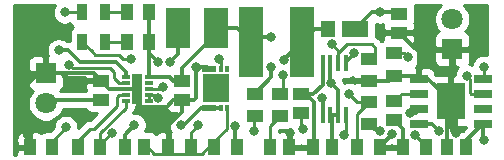
<source format=gbr>
%TF.GenerationSoftware,KiCad,Pcbnew,(5.1.12-1-g0a0a2da680)-1*%
%TF.CreationDate,2021-11-30T19:19:06+01:00*%
%TF.ProjectId,SolarCharger,536f6c61-7243-4686-9172-6765722e6b69,rev?*%
%TF.SameCoordinates,Original*%
%TF.FileFunction,Copper,L1,Top*%
%TF.FilePolarity,Positive*%
%FSLAX46Y46*%
G04 Gerber Fmt 4.6, Leading zero omitted, Abs format (unit mm)*
G04 Created by KiCad (PCBNEW (5.1.12-1-g0a0a2da680)-1) date 2021-11-30 19:19:06*
%MOMM*%
%LPD*%
G01*
G04 APERTURE LIST*
%TA.AperFunction,SMDPad,CuDef*%
%ADD10R,1.000000X1.450000*%
%TD*%
%TA.AperFunction,SMDPad,CuDef*%
%ADD11R,1.450000X1.000000*%
%TD*%
%TA.AperFunction,SMDPad,CuDef*%
%ADD12R,0.900000X1.400000*%
%TD*%
%TA.AperFunction,SMDPad,CuDef*%
%ADD13R,2.010000X6.000000*%
%TD*%
%TA.AperFunction,ComponentPad*%
%ADD14C,1.800000*%
%TD*%
%TA.AperFunction,ComponentPad*%
%ADD15R,1.800000X1.800000*%
%TD*%
%TA.AperFunction,SMDPad,CuDef*%
%ADD16R,2.400000X3.100000*%
%TD*%
%TA.AperFunction,SMDPad,CuDef*%
%ADD17R,1.525000X0.650000*%
%TD*%
%TA.AperFunction,SMDPad,CuDef*%
%ADD18R,0.450000X1.400000*%
%TD*%
%TA.AperFunction,SMDPad,CuDef*%
%ADD19R,2.210000X2.400000*%
%TD*%
%TA.AperFunction,SMDPad,CuDef*%
%ADD20R,1.200000X0.500000*%
%TD*%
%TA.AperFunction,SMDPad,CuDef*%
%ADD21R,0.400000X0.500000*%
%TD*%
%TA.AperFunction,SMDPad,CuDef*%
%ADD22R,0.940000X2.500000*%
%TD*%
%TA.AperFunction,SMDPad,CuDef*%
%ADD23R,0.700000X0.300000*%
%TD*%
%TA.AperFunction,SMDPad,CuDef*%
%ADD24R,2.000000X3.500000*%
%TD*%
%TA.AperFunction,SMDPad,CuDef*%
%ADD25R,1.250000X1.400000*%
%TD*%
%TA.AperFunction,SMDPad,CuDef*%
%ADD26R,2.300000X1.400000*%
%TD*%
%TA.AperFunction,SMDPad,CuDef*%
%ADD27R,1.470000X1.020000*%
%TD*%
%TA.AperFunction,SMDPad,CuDef*%
%ADD28R,1.020000X1.470000*%
%TD*%
%TA.AperFunction,ViaPad*%
%ADD29C,0.800000*%
%TD*%
%TA.AperFunction,Conductor*%
%ADD30C,0.300000*%
%TD*%
%TA.AperFunction,Conductor*%
%ADD31C,0.250000*%
%TD*%
%TA.AperFunction,Conductor*%
%ADD32C,0.254000*%
%TD*%
%TA.AperFunction,Conductor*%
%ADD33C,0.100000*%
%TD*%
G04 APERTURE END LIST*
D10*
%TO.P,R13,2*%
%TO.N,gnd*%
X112750000Y-53700000D03*
%TO.P,R13,1*%
%TO.N,Net-(IC4-Pad7)*%
X114650000Y-53700000D03*
%TD*%
D11*
%TO.P,R12,2*%
%TO.N,gnd*%
X112000000Y-47650000D03*
%TO.P,R12,1*%
%TO.N,Net-(IC4-Pad8)*%
X112000000Y-45750000D03*
%TD*%
D10*
%TO.P,R11,2*%
%TO.N,gnd*%
X110750000Y-53700000D03*
%TO.P,R11,1*%
%TO.N,Net-(IC4-Pad3)*%
X108850000Y-53700000D03*
%TD*%
D11*
%TO.P,R10,2*%
%TO.N,Net-(IC4-Pad3)*%
X109900000Y-49850000D03*
%TO.P,R10,1*%
%TO.N,5V_BF*%
X109900000Y-51750000D03*
%TD*%
%TO.P,R9,2*%
%TO.N,gnd*%
X109900000Y-48100000D03*
%TO.P,R9,1*%
%TO.N,Net-(IC3-Pad2)*%
X109900000Y-46200000D03*
%TD*%
%TO.P,R8,2*%
%TO.N,Net-(IC3-Pad2)*%
X100200000Y-51100000D03*
%TO.P,R8,1*%
%TO.N,5V_BF*%
X100200000Y-49200000D03*
%TD*%
%TO.P,R7,2*%
%TO.N,Net-(C4-Pad2)*%
X102300000Y-51100000D03*
%TO.P,R7,1*%
%TO.N,Net-(IC3-Pad1)*%
X102300000Y-49200000D03*
%TD*%
D10*
%TO.P,R6,2*%
%TO.N,gnd*%
X92850000Y-53700000D03*
%TO.P,R6,1*%
%TO.N,Net-(IC2-Pad5)*%
X94750000Y-53700000D03*
%TD*%
%TO.P,R5,2*%
%TO.N,Net-(LED2-Pad2)*%
X89350000Y-42300000D03*
%TO.P,R5,1*%
%TO.N,BAT+*%
X91250000Y-42300000D03*
%TD*%
%TO.P,R4,2*%
%TO.N,Net-(LED1-Pad2)*%
X89350000Y-44800000D03*
%TO.P,R4,1*%
%TO.N,BAT+*%
X91250000Y-44800000D03*
%TD*%
%TO.P,R3,2*%
%TO.N,Net-(C2-Pad2)*%
X96750000Y-53700000D03*
%TO.P,R3,1*%
%TO.N,BAT+*%
X98650000Y-53700000D03*
%TD*%
%TO.P,R2,2*%
%TO.N,Net-(IC1-Pad5)*%
X87110000Y-53700000D03*
%TO.P,R2,1*%
%TO.N,Net-(IC1-Pad4)*%
X85210000Y-53700000D03*
%TD*%
%TO.P,R1,2*%
%TO.N,Net-(IC1-Pad2)*%
X83050000Y-53700000D03*
%TO.P,R1,1*%
%TO.N,gnd*%
X81150000Y-53700000D03*
%TD*%
D12*
%TO.P,LED2,2*%
%TO.N,Net-(LED2-Pad2)*%
X87500000Y-42300000D03*
%TO.P,LED2,1*%
%TO.N,Net-(IC1-Pad6)*%
X85600000Y-42300000D03*
%TD*%
%TO.P,LED1,2*%
%TO.N,Net-(LED1-Pad2)*%
X87500000Y-44800000D03*
%TO.P,LED1,1*%
%TO.N,Net-(IC1-Pad8)*%
X85600000Y-44800000D03*
%TD*%
D13*
%TO.P,L1,2*%
%TO.N,BAT+*%
X99850000Y-44800000D03*
%TO.P,L1,1*%
%TO.N,Net-(D1-Pad2)*%
X104150000Y-44800000D03*
%TD*%
D14*
%TO.P,J2,2*%
%TO.N,5V*%
X116900000Y-42860000D03*
D15*
%TO.P,J2,1*%
%TO.N,gnd*%
X116900000Y-45400000D03*
%TD*%
D14*
%TO.P,J1,2*%
%TO.N,Vin+*%
X82500000Y-50000000D03*
D15*
%TO.P,J1,1*%
%TO.N,gnd*%
X82500000Y-47460000D03*
%TD*%
D16*
%TO.P,IC4,9*%
%TO.N,gnd*%
X116800000Y-49800000D03*
D17*
%TO.P,IC4,8*%
%TO.N,Net-(IC4-Pad8)*%
X119512000Y-47895000D03*
%TO.P,IC4,7*%
%TO.N,Net-(IC4-Pad7)*%
X119512000Y-49165000D03*
%TO.P,IC4,6*%
%TO.N,Net-(IC4-Pad6)*%
X119512000Y-50435000D03*
%TO.P,IC4,5*%
%TO.N,5V*%
X119512000Y-51705000D03*
%TO.P,IC4,4*%
%TO.N,5V_BF*%
X114088000Y-51705000D03*
%TO.P,IC4,3*%
%TO.N,Net-(IC4-Pad3)*%
X114088000Y-50435000D03*
%TO.P,IC4,2*%
%TO.N,Net-(C6-Pad2)*%
X114088000Y-49165000D03*
%TO.P,IC4,1*%
%TO.N,gnd*%
X114088000Y-47895000D03*
%TD*%
D18*
%TO.P,IC3,8*%
%TO.N,Net-(C7-Pad2)*%
X107875000Y-51000000D03*
%TO.P,IC3,7*%
%TO.N,BAT+*%
X107225000Y-51000000D03*
%TO.P,IC3,6*%
X106575000Y-51000000D03*
%TO.P,IC3,5*%
%TO.N,Net-(D1-Pad2)*%
X105925000Y-51000000D03*
%TO.P,IC3,4*%
%TO.N,gnd*%
X105925000Y-46600000D03*
%TO.P,IC3,3*%
%TO.N,BAT+*%
X106575000Y-46600000D03*
%TO.P,IC3,2*%
%TO.N,Net-(IC3-Pad2)*%
X107225000Y-46600000D03*
%TO.P,IC3,1*%
%TO.N,Net-(IC3-Pad1)*%
X107875000Y-46600000D03*
%TD*%
D19*
%TO.P,IC2,7*%
%TO.N,Net-(IC2-Pad7)*%
X96900000Y-48730000D03*
D20*
%TO.P,IC2,6*%
%TO.N,gnd*%
X96350000Y-47080000D03*
D21*
%TO.P,IC2,5*%
%TO.N,Net-(IC2-Pad5)*%
X97300000Y-47080000D03*
%TO.P,IC2,4*%
%TO.N,Net-(IC2-Pad4)*%
X97850000Y-47080000D03*
%TO.P,IC2,3*%
%TO.N,Net-(C2-Pad2)*%
X97850000Y-50380000D03*
%TO.P,IC2,2*%
%TO.N,BAT-*%
X97300000Y-50380000D03*
D20*
%TO.P,IC2,1*%
X96350000Y-50380000D03*
%TD*%
D22*
%TO.P,IC1,11*%
%TO.N,gnd*%
X90250000Y-48767500D03*
D23*
%TO.P,IC1,10*%
%TO.N,BAT+*%
X91250000Y-47767500D03*
%TO.P,IC1,9*%
%TO.N,Net-(IC1-Pad9)*%
X91250000Y-48267500D03*
%TO.P,IC1,8*%
%TO.N,Net-(IC1-Pad8)*%
X91250000Y-48767500D03*
%TO.P,IC1,7*%
%TO.N,Net-(IC1-Pad6)*%
X91250000Y-49267500D03*
%TO.P,IC1,6*%
X91250000Y-49767500D03*
%TO.P,IC1,5*%
%TO.N,Net-(IC1-Pad5)*%
X89250000Y-49767500D03*
%TO.P,IC1,4*%
%TO.N,Net-(IC1-Pad4)*%
X89250000Y-49267500D03*
%TO.P,IC1,3*%
%TO.N,gnd*%
X89250000Y-48767500D03*
%TO.P,IC1,2*%
%TO.N,Net-(IC1-Pad2)*%
X89250000Y-48267500D03*
%TO.P,IC1,1*%
%TO.N,Vin+*%
X89250000Y-47767500D03*
%TD*%
D24*
%TO.P,H2,1*%
%TO.N,BAT-*%
X93700000Y-43600000D03*
%TD*%
%TO.P,H1,1*%
%TO.N,BAT+*%
X96900000Y-43600000D03*
%TD*%
D25*
%TO.P,D1,2*%
%TO.N,Net-(D1-Pad2)*%
X106375000Y-43700000D03*
D26*
%TO.P,D1,1*%
%TO.N,5V_BF*%
X108700000Y-43700000D03*
%TD*%
D27*
%TO.P,C9,2*%
%TO.N,5V_BF*%
X112400000Y-42400000D03*
%TO.P,C9,1*%
%TO.N,gnd*%
X112400000Y-44000000D03*
%TD*%
D28*
%TO.P,C8,2*%
%TO.N,5V*%
X118100000Y-53700000D03*
%TO.P,C8,1*%
%TO.N,gnd*%
X116500000Y-53700000D03*
%TD*%
D27*
%TO.P,C7,2*%
%TO.N,Net-(C7-Pad2)*%
X104100000Y-50800000D03*
%TO.P,C7,1*%
%TO.N,gnd*%
X104100000Y-49200000D03*
%TD*%
%TO.P,C6,2*%
%TO.N,Net-(C6-Pad2)*%
X112000000Y-49800000D03*
%TO.P,C6,1*%
%TO.N,gnd*%
X112000000Y-51400000D03*
%TD*%
D28*
%TO.P,C5,2*%
%TO.N,BAT+*%
X106700000Y-53700000D03*
%TO.P,C5,1*%
%TO.N,gnd*%
X105100000Y-53700000D03*
%TD*%
%TO.P,C4,2*%
%TO.N,Net-(C4-Pad2)*%
X101500000Y-53700000D03*
%TO.P,C4,1*%
%TO.N,gnd*%
X103100000Y-53700000D03*
%TD*%
D27*
%TO.P,C3,2*%
%TO.N,gnd*%
X94000000Y-49700000D03*
%TO.P,C3,1*%
%TO.N,BAT+*%
X94000000Y-48100000D03*
%TD*%
D28*
%TO.P,C2,2*%
%TO.N,Net-(C2-Pad2)*%
X90780000Y-53700000D03*
%TO.P,C2,1*%
%TO.N,BAT-*%
X89180000Y-53700000D03*
%TD*%
D27*
%TO.P,C1,2*%
%TO.N,Vin+*%
X87200000Y-49700000D03*
%TO.P,C1,1*%
%TO.N,gnd*%
X87200000Y-48100000D03*
%TD*%
D29*
%TO.N,Vin+*%
X83600000Y-45500000D03*
%TO.N,gnd*%
X95200000Y-46900000D03*
X103200000Y-52500000D03*
X111800000Y-52600000D03*
X117200000Y-52500000D03*
%TO.N,BAT-*%
X93930331Y-51830331D03*
X90000000Y-51825000D03*
X93000000Y-46500000D03*
%TO.N,BAT+*%
X92000000Y-46500000D03*
X98550001Y-51895735D03*
X106675000Y-48289369D03*
X101600000Y-44400000D03*
%TO.N,Net-(C7-Pad2)*%
X104300000Y-52200000D03*
X107737764Y-52679577D03*
%TO.N,5V*%
X119600000Y-53100000D03*
%TO.N,5V_BF*%
X115750000Y-52300000D03*
X110800000Y-52374998D03*
X110800000Y-42300000D03*
X101600000Y-46900000D03*
%TO.N,Net-(D1-Pad2)*%
X105900000Y-49500000D03*
X102700000Y-46300000D03*
%TO.N,Net-(IC1-Pad8)*%
X92400000Y-48600000D03*
X89736401Y-46263599D03*
%TO.N,Net-(IC1-Pad6)*%
X91964998Y-49517501D03*
X84100000Y-42300000D03*
%TO.N,Net-(IC1-Pad5)*%
X88069998Y-52500000D03*
%TO.N,Net-(IC1-Pad2)*%
X84500000Y-46710000D03*
X84200000Y-52000000D03*
%TO.N,Net-(IC2-Pad5)*%
X95400000Y-51830332D03*
X97147624Y-46263478D03*
%TO.N,Net-(IC3-Pad2)*%
X106700000Y-45000000D03*
X100100000Y-52300000D03*
%TO.N,Net-(IC3-Pad1)*%
X108574998Y-45725000D03*
X102544998Y-47600000D03*
%TO.N,Net-(IC4-Pad8)*%
X113200000Y-46100000D03*
X119600000Y-46900000D03*
%TO.N,Net-(IC4-Pad7)*%
X113786658Y-52706671D03*
X118149498Y-47668922D03*
%TO.N,Net-(IC4-Pad3)*%
X108200000Y-49200000D03*
X113327531Y-50779998D03*
%TD*%
D30*
%TO.N,Vin+*%
X82800000Y-49700000D02*
X82500000Y-50000000D01*
X87200000Y-49700000D02*
X82800000Y-49700000D01*
X84400002Y-45500000D02*
X83600000Y-45500000D01*
X85409984Y-46509982D02*
X84400002Y-45500000D01*
X89250000Y-47317500D02*
X88442482Y-46509982D01*
X88442482Y-46509982D02*
X85409984Y-46509982D01*
X89250000Y-47767500D02*
X89250000Y-47317500D01*
%TO.N,gnd*%
X86560000Y-47460000D02*
X87200000Y-48100000D01*
X82500000Y-47460000D02*
X86560000Y-47460000D01*
X90250000Y-48767500D02*
X89250000Y-48767500D01*
X87867500Y-48767500D02*
X87200000Y-48100000D01*
X89250000Y-48767500D02*
X87867500Y-48767500D01*
X80700000Y-48600000D02*
X80700000Y-52750000D01*
X81840000Y-47460000D02*
X80700000Y-48600000D01*
X80700000Y-52750000D02*
X81150000Y-53200000D01*
X82500000Y-47460000D02*
X81840000Y-47460000D01*
X96170000Y-46900000D02*
X96350000Y-47080000D01*
X95200000Y-46900000D02*
X96170000Y-46900000D01*
X93300000Y-49700000D02*
X94335000Y-49700000D01*
X90250000Y-49897502D02*
X90250000Y-48767500D01*
X90619999Y-50267501D02*
X90250000Y-49897502D01*
X93300000Y-49700000D02*
X92732499Y-50267501D01*
X95200000Y-49535000D02*
X95200000Y-46900000D01*
X95035000Y-49700000D02*
X95200000Y-49535000D01*
X94000000Y-49700000D02*
X95035000Y-49700000D01*
X92850000Y-53200000D02*
X92850000Y-51850000D01*
X94000000Y-50700000D02*
X94000000Y-49700000D01*
X105135000Y-49200000D02*
X104100000Y-49200000D01*
X105925000Y-48410000D02*
X105135000Y-49200000D01*
X105925000Y-46600000D02*
X105925000Y-48410000D01*
X105100000Y-53700000D02*
X103100000Y-53700000D01*
X103100000Y-52600000D02*
X103200000Y-52500000D01*
X103100000Y-53700000D02*
X103100000Y-52600000D01*
X104489998Y-49200000D02*
X104100000Y-49200000D01*
X105185001Y-49895003D02*
X104489998Y-49200000D01*
X105185001Y-53614999D02*
X105185001Y-49895003D01*
X105100000Y-53700000D02*
X105185001Y-53614999D01*
X112750000Y-52150000D02*
X112000000Y-51400000D01*
X112750000Y-53700000D02*
X112750000Y-52150000D01*
X112750000Y-53700000D02*
X110750000Y-53700000D01*
X111550000Y-48100000D02*
X112000000Y-47650000D01*
X109900000Y-48100000D02*
X111550000Y-48100000D01*
X113843000Y-47650000D02*
X114088000Y-47895000D01*
X112000000Y-47650000D02*
X113843000Y-47650000D01*
X114088000Y-45688000D02*
X112400000Y-44000000D01*
X114088000Y-47895000D02*
X114088000Y-45688000D01*
X114376000Y-45400000D02*
X114088000Y-45688000D01*
X116900000Y-45400000D02*
X114376000Y-45400000D01*
X116800000Y-45500000D02*
X116900000Y-45400000D01*
X116800000Y-49800000D02*
X116800000Y-45500000D01*
X114895000Y-47895000D02*
X114088000Y-47895000D01*
X116800000Y-49800000D02*
X114895000Y-47895000D01*
X116500000Y-50100000D02*
X116800000Y-49800000D01*
X116500000Y-53700000D02*
X116500000Y-50100000D01*
X110750000Y-53650000D02*
X111800000Y-52600000D01*
X110750000Y-53700000D02*
X110750000Y-53650000D01*
X117200000Y-50200000D02*
X116800000Y-49800000D01*
X117200000Y-52500000D02*
X117200000Y-50200000D01*
X93500000Y-51200000D02*
X93300000Y-51200000D01*
X92850000Y-51850000D02*
X93500000Y-51200000D01*
X93500000Y-51200000D02*
X94000000Y-50700000D01*
X93300000Y-51200000D02*
X93200000Y-51100000D01*
X93200000Y-51100000D02*
X92100000Y-51100000D01*
X92100000Y-51100000D02*
X91400000Y-50400000D01*
X91400000Y-50400000D02*
X90500000Y-50400000D01*
X91835002Y-50400000D02*
X91967501Y-50267501D01*
X91400000Y-50400000D02*
X91835002Y-50400000D01*
X91967501Y-50267501D02*
X90619999Y-50267501D01*
X92732499Y-50267501D02*
X91967501Y-50267501D01*
X91967501Y-50267501D02*
X92200000Y-50500000D01*
D31*
%TO.N,Net-(C2-Pad2)*%
X90780000Y-53200000D02*
X90780000Y-53380000D01*
X95699999Y-54250001D02*
X96750000Y-53200000D01*
X91650001Y-54250001D02*
X95699999Y-54250001D01*
X90780000Y-53380000D02*
X91650001Y-54250001D01*
X97825001Y-52124999D02*
X96750000Y-53200000D01*
X97825001Y-50674999D02*
X97825001Y-52124999D01*
X97850000Y-50650000D02*
X97825001Y-50674999D01*
X97850000Y-50380000D02*
X97850000Y-50650000D01*
D30*
%TO.N,BAT-*%
X96350000Y-50380000D02*
X95620000Y-50380000D01*
X94169669Y-51830331D02*
X93930331Y-51830331D01*
X95620000Y-50380000D02*
X94169669Y-51830331D01*
X89180000Y-52645000D02*
X89180000Y-53200000D01*
X90000000Y-51825000D02*
X89180000Y-52645000D01*
X93700000Y-43600000D02*
X93700000Y-45800000D01*
X93700000Y-45800000D02*
X93000000Y-46500000D01*
X97300000Y-50380000D02*
X96350000Y-50380000D01*
%TO.N,BAT+*%
X91250000Y-42300000D02*
X91250000Y-44800000D01*
X91250000Y-44800000D02*
X91250000Y-47767500D01*
X92967500Y-47767500D02*
X93300000Y-48100000D01*
X91250000Y-47767500D02*
X92967500Y-47767500D01*
X93300000Y-48100000D02*
X93600000Y-48100000D01*
X98650000Y-43600000D02*
X99850000Y-44800000D01*
X96900000Y-43600000D02*
X98650000Y-43600000D01*
X96900000Y-44089998D02*
X96900000Y-43600000D01*
X94000000Y-46989998D02*
X96900000Y-44089998D01*
X94000000Y-48100000D02*
X94000000Y-46989998D01*
X91250000Y-45750000D02*
X92000000Y-46500000D01*
X91250000Y-44800000D02*
X91250000Y-45750000D01*
X98550001Y-53100001D02*
X98650000Y-53200000D01*
X98550001Y-51895735D02*
X98550001Y-53100001D01*
X106575000Y-48189369D02*
X106675000Y-48289369D01*
X106575000Y-46600000D02*
X106575000Y-48189369D01*
X100250000Y-44400000D02*
X99850000Y-44800000D01*
X101600000Y-44400000D02*
X100250000Y-44400000D01*
X107225000Y-51000000D02*
X106575000Y-51000000D01*
X107225000Y-48839369D02*
X106675000Y-48289369D01*
X107225000Y-51000000D02*
X107225000Y-48839369D01*
X106700000Y-51125000D02*
X106575000Y-51000000D01*
X106700000Y-53700000D02*
X106700000Y-51125000D01*
D31*
%TO.N,Net-(C4-Pad2)*%
X101500000Y-51900000D02*
X101500000Y-53700000D01*
X102300000Y-51100000D02*
X101500000Y-51900000D01*
%TO.N,Net-(C6-Pad2)*%
X112635000Y-49165000D02*
X112000000Y-49800000D01*
X114088000Y-49165000D02*
X112635000Y-49165000D01*
%TO.N,Net-(C7-Pad2)*%
X104100000Y-52000000D02*
X104300000Y-52200000D01*
X104100000Y-50800000D02*
X104100000Y-52000000D01*
X107875000Y-52542341D02*
X107875000Y-51000000D01*
X107737764Y-52679577D02*
X107875000Y-52542341D01*
D30*
%TO.N,5V*%
X118100000Y-53117000D02*
X119512000Y-51705000D01*
X118100000Y-53700000D02*
X118100000Y-53117000D01*
X119512000Y-53012000D02*
X119600000Y-53100000D01*
X119512000Y-51705000D02*
X119512000Y-53012000D01*
%TO.N,5V_BF*%
X115155000Y-51705000D02*
X115750000Y-52300000D01*
X114088000Y-51705000D02*
X115155000Y-51705000D01*
X110524998Y-52374998D02*
X109900000Y-51750000D01*
X110800000Y-52374998D02*
X110524998Y-52374998D01*
X112300000Y-42300000D02*
X112400000Y-42400000D01*
X110800000Y-42300000D02*
X112300000Y-42300000D01*
X110100000Y-42300000D02*
X108700000Y-43700000D01*
X110800000Y-42300000D02*
X110100000Y-42300000D01*
X101600000Y-47800000D02*
X101600000Y-46900000D01*
X100200000Y-49200000D02*
X101600000Y-47800000D01*
%TO.N,Net-(D1-Pad2)*%
X105250000Y-43700000D02*
X104150000Y-44800000D01*
X106375000Y-43700000D02*
X105250000Y-43700000D01*
X105925000Y-49525000D02*
X105900000Y-49500000D01*
X105925000Y-51000000D02*
X105925000Y-49525000D01*
X102700000Y-46250000D02*
X104150000Y-44800000D01*
X102700000Y-46300000D02*
X102700000Y-46250000D01*
D31*
%TO.N,Net-(IC1-Pad8)*%
X92232500Y-48767500D02*
X92400000Y-48600000D01*
X91250000Y-48767500D02*
X92232500Y-48767500D01*
X89736401Y-46263599D02*
X89063599Y-46263599D01*
X89063599Y-46263599D02*
X88700000Y-45900000D01*
X86400000Y-45600000D02*
X85600000Y-44800000D01*
X86700000Y-45900000D02*
X86400000Y-45600000D01*
X88700000Y-45900000D02*
X86700000Y-45900000D01*
%TO.N,Net-(IC1-Pad6)*%
X91250000Y-49767500D02*
X91250000Y-49267500D01*
X91714997Y-49267500D02*
X91964998Y-49517501D01*
X91250000Y-49267500D02*
X91714997Y-49267500D01*
X84100000Y-42300000D02*
X85600000Y-42300000D01*
%TO.N,Net-(IC1-Pad5)*%
X87110000Y-53200000D02*
X87110000Y-52490000D01*
X89250000Y-50350000D02*
X89250000Y-49767500D01*
X87110000Y-52490000D02*
X89250000Y-50350000D01*
X87369998Y-53200000D02*
X88069998Y-52500000D01*
X87110000Y-53200000D02*
X87369998Y-53200000D01*
%TO.N,Net-(IC1-Pad4)*%
X88650000Y-49267500D02*
X88500000Y-49417500D01*
X89250000Y-49267500D02*
X88650000Y-49267500D01*
X86260001Y-52149999D02*
X85210000Y-53200000D01*
X86580003Y-52149999D02*
X86260001Y-52149999D01*
X88500000Y-50230002D02*
X86580003Y-52149999D01*
X88500000Y-49417500D02*
X88500000Y-50230002D01*
%TO.N,Net-(IC1-Pad2)*%
X87914994Y-46984992D02*
X84774992Y-46984992D01*
X88260001Y-47329999D02*
X87914994Y-46984992D01*
X88260001Y-47877501D02*
X88260001Y-47329999D01*
X88650000Y-48267500D02*
X88260001Y-47877501D01*
X84774992Y-46984992D02*
X84500000Y-46710000D01*
X89250000Y-48267500D02*
X88650000Y-48267500D01*
X84200000Y-52050000D02*
X83050000Y-53200000D01*
X84200000Y-52000000D02*
X84200000Y-52050000D01*
%TO.N,Net-(IC2-Pad5)*%
X94750000Y-52480332D02*
X95400000Y-51830332D01*
X94750000Y-53200000D02*
X94750000Y-52480332D01*
X97300000Y-46415854D02*
X97300000Y-47080000D01*
X97147624Y-46263478D02*
X97300000Y-46415854D01*
%TO.N,Net-(IC3-Pad2)*%
X107225000Y-46275000D02*
X107200000Y-46250000D01*
X107225000Y-46600000D02*
X107225000Y-46275000D01*
X107200000Y-45764998D02*
X107964998Y-45000000D01*
X107200000Y-46250000D02*
X107200000Y-45764998D01*
X107964998Y-45000000D02*
X110100000Y-45000000D01*
X110100000Y-45000000D02*
X110400000Y-45300000D01*
X110400000Y-45300000D02*
X110400000Y-45700000D01*
X107225000Y-45525000D02*
X106700000Y-45000000D01*
X107225000Y-46600000D02*
X107225000Y-45525000D01*
X100100000Y-51200000D02*
X100200000Y-51100000D01*
X100100000Y-52300000D02*
X100100000Y-51200000D01*
%TO.N,Net-(IC3-Pad1)*%
X107875000Y-46424998D02*
X108574998Y-45725000D01*
X107875000Y-46600000D02*
X107875000Y-46424998D01*
X102544998Y-48955002D02*
X102300000Y-49200000D01*
X102544998Y-47600000D02*
X102544998Y-48955002D01*
%TO.N,Net-(IC4-Pad8)*%
X112850000Y-45750000D02*
X113200000Y-46100000D01*
X112000000Y-45750000D02*
X112850000Y-45750000D01*
X119600000Y-47807000D02*
X119512000Y-47895000D01*
X119600000Y-46900000D02*
X119600000Y-47807000D01*
%TO.N,Net-(IC4-Pad7)*%
X114650000Y-53570013D02*
X113786658Y-52706671D01*
X114650000Y-53700000D02*
X114650000Y-53570013D01*
X118499500Y-49165000D02*
X119512000Y-49165000D01*
X118424499Y-49089999D02*
X118499500Y-49165000D01*
X118424499Y-47943923D02*
X118424499Y-49089999D01*
X118149498Y-47668922D02*
X118424499Y-47943923D01*
%TO.N,Net-(IC4-Pad3)*%
X108850000Y-50900000D02*
X109900000Y-49850000D01*
X108850000Y-53700000D02*
X108850000Y-50900000D01*
X108850000Y-49850000D02*
X108200000Y-49200000D01*
X109900000Y-49850000D02*
X108850000Y-49850000D01*
X113743002Y-50779998D02*
X114088000Y-50435000D01*
X113327531Y-50779998D02*
X113743002Y-50779998D01*
%TO.N,Net-(LED1-Pad2)*%
X89350000Y-44800000D02*
X87500000Y-44800000D01*
%TO.N,Net-(LED2-Pad2)*%
X89350000Y-42300000D02*
X87500000Y-42300000D01*
%TD*%
D32*
%TO.N,gnd*%
X83182795Y-41809744D02*
X83104774Y-41998102D01*
X83065000Y-42198061D01*
X83065000Y-42401939D01*
X83104774Y-42601898D01*
X83182795Y-42790256D01*
X83296063Y-42959774D01*
X83440226Y-43103937D01*
X83609744Y-43217205D01*
X83798102Y-43295226D01*
X83998061Y-43335000D01*
X84201939Y-43335000D01*
X84401898Y-43295226D01*
X84556550Y-43231166D01*
X84560498Y-43244180D01*
X84619463Y-43354494D01*
X84698815Y-43451185D01*
X84795506Y-43530537D01*
X84831918Y-43550000D01*
X84795506Y-43569463D01*
X84698815Y-43648815D01*
X84619463Y-43745506D01*
X84560498Y-43855820D01*
X84524188Y-43975518D01*
X84511928Y-44100000D01*
X84511928Y-44722226D01*
X84438563Y-44715000D01*
X84438555Y-44715000D01*
X84400002Y-44711203D01*
X84361449Y-44715000D01*
X84278711Y-44715000D01*
X84259774Y-44696063D01*
X84090256Y-44582795D01*
X83901898Y-44504774D01*
X83701939Y-44465000D01*
X83498061Y-44465000D01*
X83298102Y-44504774D01*
X83109744Y-44582795D01*
X82940226Y-44696063D01*
X82796063Y-44840226D01*
X82682795Y-45009744D01*
X82604774Y-45198102D01*
X82565000Y-45398061D01*
X82565000Y-45601939D01*
X82604774Y-45801898D01*
X82682795Y-45990256D01*
X82697895Y-46012855D01*
X82627000Y-46083750D01*
X82627000Y-47333000D01*
X82647000Y-47333000D01*
X82647000Y-47587000D01*
X82627000Y-47587000D01*
X82627000Y-47607000D01*
X82373000Y-47607000D01*
X82373000Y-47587000D01*
X81123750Y-47587000D01*
X80965000Y-47745750D01*
X80961928Y-48360000D01*
X80974188Y-48484482D01*
X81010498Y-48604180D01*
X81069463Y-48714494D01*
X81148815Y-48811185D01*
X81245506Y-48890537D01*
X81355820Y-48949502D01*
X81374127Y-48955056D01*
X81307688Y-49021495D01*
X81139701Y-49272905D01*
X81023989Y-49552257D01*
X80965000Y-49848816D01*
X80965000Y-50151184D01*
X81023989Y-50447743D01*
X81139701Y-50727095D01*
X81307688Y-50978505D01*
X81521495Y-51192312D01*
X81772905Y-51360299D01*
X82052257Y-51476011D01*
X82348816Y-51535000D01*
X82651184Y-51535000D01*
X82947743Y-51476011D01*
X83227095Y-51360299D01*
X83478505Y-51192312D01*
X83692312Y-50978505D01*
X83860299Y-50727095D01*
X83960579Y-50485000D01*
X85891972Y-50485000D01*
X85934463Y-50564494D01*
X86013815Y-50661185D01*
X86110506Y-50740537D01*
X86220820Y-50799502D01*
X86340518Y-50835812D01*
X86465000Y-50848072D01*
X86807129Y-50848072D01*
X86268082Y-51387119D01*
X86260001Y-51386323D01*
X86222676Y-51389999D01*
X86222668Y-51389999D01*
X86111015Y-51400996D01*
X85967754Y-51444453D01*
X85835725Y-51515025D01*
X85720000Y-51609998D01*
X85696202Y-51638996D01*
X85235000Y-52100198D01*
X85235000Y-51898061D01*
X85195226Y-51698102D01*
X85117205Y-51509744D01*
X85003937Y-51340226D01*
X84859774Y-51196063D01*
X84690256Y-51082795D01*
X84501898Y-51004774D01*
X84301939Y-50965000D01*
X84098061Y-50965000D01*
X83898102Y-51004774D01*
X83709744Y-51082795D01*
X83540226Y-51196063D01*
X83396063Y-51340226D01*
X83282795Y-51509744D01*
X83204774Y-51698102D01*
X83165000Y-51898061D01*
X83165000Y-52010198D01*
X82838271Y-52336928D01*
X82550000Y-52336928D01*
X82425518Y-52349188D01*
X82305820Y-52385498D01*
X82195506Y-52444463D01*
X82100000Y-52522842D01*
X82004494Y-52444463D01*
X81894180Y-52385498D01*
X81774482Y-52349188D01*
X81650000Y-52336928D01*
X81435750Y-52340000D01*
X81277000Y-52498750D01*
X81277000Y-53573000D01*
X81297000Y-53573000D01*
X81297000Y-53827000D01*
X81277000Y-53827000D01*
X81277000Y-53847000D01*
X81023000Y-53847000D01*
X81023000Y-53827000D01*
X80173750Y-53827000D01*
X80015000Y-53985750D01*
X80012522Y-54340000D01*
X79760000Y-54340000D01*
X79760000Y-52975000D01*
X80011928Y-52975000D01*
X80015000Y-53414250D01*
X80173750Y-53573000D01*
X81023000Y-53573000D01*
X81023000Y-52498750D01*
X80864250Y-52340000D01*
X80650000Y-52336928D01*
X80525518Y-52349188D01*
X80405820Y-52385498D01*
X80295506Y-52444463D01*
X80198815Y-52523815D01*
X80119463Y-52620506D01*
X80060498Y-52730820D01*
X80024188Y-52850518D01*
X80011928Y-52975000D01*
X79760000Y-52975000D01*
X79760000Y-46560000D01*
X80961928Y-46560000D01*
X80965000Y-47174250D01*
X81123750Y-47333000D01*
X82373000Y-47333000D01*
X82373000Y-46083750D01*
X82214250Y-45925000D01*
X81600000Y-45921928D01*
X81475518Y-45934188D01*
X81355820Y-45970498D01*
X81245506Y-46029463D01*
X81148815Y-46108815D01*
X81069463Y-46205506D01*
X81010498Y-46315820D01*
X80974188Y-46435518D01*
X80961928Y-46560000D01*
X79760000Y-46560000D01*
X79760000Y-41660000D01*
X83282850Y-41660000D01*
X83182795Y-41809744D01*
%TA.AperFunction,Conductor*%
D33*
G36*
X83182795Y-41809744D02*
G01*
X83104774Y-41998102D01*
X83065000Y-42198061D01*
X83065000Y-42401939D01*
X83104774Y-42601898D01*
X83182795Y-42790256D01*
X83296063Y-42959774D01*
X83440226Y-43103937D01*
X83609744Y-43217205D01*
X83798102Y-43295226D01*
X83998061Y-43335000D01*
X84201939Y-43335000D01*
X84401898Y-43295226D01*
X84556550Y-43231166D01*
X84560498Y-43244180D01*
X84619463Y-43354494D01*
X84698815Y-43451185D01*
X84795506Y-43530537D01*
X84831918Y-43550000D01*
X84795506Y-43569463D01*
X84698815Y-43648815D01*
X84619463Y-43745506D01*
X84560498Y-43855820D01*
X84524188Y-43975518D01*
X84511928Y-44100000D01*
X84511928Y-44722226D01*
X84438563Y-44715000D01*
X84438555Y-44715000D01*
X84400002Y-44711203D01*
X84361449Y-44715000D01*
X84278711Y-44715000D01*
X84259774Y-44696063D01*
X84090256Y-44582795D01*
X83901898Y-44504774D01*
X83701939Y-44465000D01*
X83498061Y-44465000D01*
X83298102Y-44504774D01*
X83109744Y-44582795D01*
X82940226Y-44696063D01*
X82796063Y-44840226D01*
X82682795Y-45009744D01*
X82604774Y-45198102D01*
X82565000Y-45398061D01*
X82565000Y-45601939D01*
X82604774Y-45801898D01*
X82682795Y-45990256D01*
X82697895Y-46012855D01*
X82627000Y-46083750D01*
X82627000Y-47333000D01*
X82647000Y-47333000D01*
X82647000Y-47587000D01*
X82627000Y-47587000D01*
X82627000Y-47607000D01*
X82373000Y-47607000D01*
X82373000Y-47587000D01*
X81123750Y-47587000D01*
X80965000Y-47745750D01*
X80961928Y-48360000D01*
X80974188Y-48484482D01*
X81010498Y-48604180D01*
X81069463Y-48714494D01*
X81148815Y-48811185D01*
X81245506Y-48890537D01*
X81355820Y-48949502D01*
X81374127Y-48955056D01*
X81307688Y-49021495D01*
X81139701Y-49272905D01*
X81023989Y-49552257D01*
X80965000Y-49848816D01*
X80965000Y-50151184D01*
X81023989Y-50447743D01*
X81139701Y-50727095D01*
X81307688Y-50978505D01*
X81521495Y-51192312D01*
X81772905Y-51360299D01*
X82052257Y-51476011D01*
X82348816Y-51535000D01*
X82651184Y-51535000D01*
X82947743Y-51476011D01*
X83227095Y-51360299D01*
X83478505Y-51192312D01*
X83692312Y-50978505D01*
X83860299Y-50727095D01*
X83960579Y-50485000D01*
X85891972Y-50485000D01*
X85934463Y-50564494D01*
X86013815Y-50661185D01*
X86110506Y-50740537D01*
X86220820Y-50799502D01*
X86340518Y-50835812D01*
X86465000Y-50848072D01*
X86807129Y-50848072D01*
X86268082Y-51387119D01*
X86260001Y-51386323D01*
X86222676Y-51389999D01*
X86222668Y-51389999D01*
X86111015Y-51400996D01*
X85967754Y-51444453D01*
X85835725Y-51515025D01*
X85720000Y-51609998D01*
X85696202Y-51638996D01*
X85235000Y-52100198D01*
X85235000Y-51898061D01*
X85195226Y-51698102D01*
X85117205Y-51509744D01*
X85003937Y-51340226D01*
X84859774Y-51196063D01*
X84690256Y-51082795D01*
X84501898Y-51004774D01*
X84301939Y-50965000D01*
X84098061Y-50965000D01*
X83898102Y-51004774D01*
X83709744Y-51082795D01*
X83540226Y-51196063D01*
X83396063Y-51340226D01*
X83282795Y-51509744D01*
X83204774Y-51698102D01*
X83165000Y-51898061D01*
X83165000Y-52010198D01*
X82838271Y-52336928D01*
X82550000Y-52336928D01*
X82425518Y-52349188D01*
X82305820Y-52385498D01*
X82195506Y-52444463D01*
X82100000Y-52522842D01*
X82004494Y-52444463D01*
X81894180Y-52385498D01*
X81774482Y-52349188D01*
X81650000Y-52336928D01*
X81435750Y-52340000D01*
X81277000Y-52498750D01*
X81277000Y-53573000D01*
X81297000Y-53573000D01*
X81297000Y-53827000D01*
X81277000Y-53827000D01*
X81277000Y-53847000D01*
X81023000Y-53847000D01*
X81023000Y-53827000D01*
X80173750Y-53827000D01*
X80015000Y-53985750D01*
X80012522Y-54340000D01*
X79760000Y-54340000D01*
X79760000Y-52975000D01*
X80011928Y-52975000D01*
X80015000Y-53414250D01*
X80173750Y-53573000D01*
X81023000Y-53573000D01*
X81023000Y-52498750D01*
X80864250Y-52340000D01*
X80650000Y-52336928D01*
X80525518Y-52349188D01*
X80405820Y-52385498D01*
X80295506Y-52444463D01*
X80198815Y-52523815D01*
X80119463Y-52620506D01*
X80060498Y-52730820D01*
X80024188Y-52850518D01*
X80011928Y-52975000D01*
X79760000Y-52975000D01*
X79760000Y-46560000D01*
X80961928Y-46560000D01*
X80965000Y-47174250D01*
X81123750Y-47333000D01*
X82373000Y-47333000D01*
X82373000Y-46083750D01*
X82214250Y-45925000D01*
X81600000Y-45921928D01*
X81475518Y-45934188D01*
X81355820Y-45970498D01*
X81245506Y-46029463D01*
X81148815Y-46108815D01*
X81069463Y-46205506D01*
X81010498Y-46315820D01*
X80974188Y-46435518D01*
X80961928Y-46560000D01*
X79760000Y-46560000D01*
X79760000Y-41660000D01*
X83282850Y-41660000D01*
X83182795Y-41809744D01*
G37*
%TD.AperFunction*%
D32*
X111773750Y-53573000D02*
X112623000Y-53573000D01*
X112623000Y-53553000D01*
X112877000Y-53553000D01*
X112877000Y-53573000D01*
X112897000Y-53573000D01*
X112897000Y-53827000D01*
X112877000Y-53827000D01*
X112877000Y-53847000D01*
X112623000Y-53847000D01*
X112623000Y-53827000D01*
X111773750Y-53827000D01*
X111750000Y-53850750D01*
X111726250Y-53827000D01*
X110877000Y-53827000D01*
X110877000Y-53847000D01*
X110623000Y-53847000D01*
X110623000Y-53827000D01*
X110603000Y-53827000D01*
X110603000Y-53573000D01*
X110623000Y-53573000D01*
X110623000Y-53553000D01*
X110877000Y-53553000D01*
X110877000Y-53573000D01*
X111726250Y-53573000D01*
X111750000Y-53549250D01*
X111773750Y-53573000D01*
%TA.AperFunction,Conductor*%
D33*
G36*
X111773750Y-53573000D02*
G01*
X112623000Y-53573000D01*
X112623000Y-53553000D01*
X112877000Y-53553000D01*
X112877000Y-53573000D01*
X112897000Y-53573000D01*
X112897000Y-53827000D01*
X112877000Y-53827000D01*
X112877000Y-53847000D01*
X112623000Y-53847000D01*
X112623000Y-53827000D01*
X111773750Y-53827000D01*
X111750000Y-53850750D01*
X111726250Y-53827000D01*
X110877000Y-53827000D01*
X110877000Y-53847000D01*
X110623000Y-53847000D01*
X110623000Y-53827000D01*
X110603000Y-53827000D01*
X110603000Y-53573000D01*
X110623000Y-53573000D01*
X110623000Y-53553000D01*
X110877000Y-53553000D01*
X110877000Y-53573000D01*
X111726250Y-53573000D01*
X111750000Y-53549250D01*
X111773750Y-53573000D01*
G37*
%TD.AperFunction*%
D32*
X103265000Y-52301939D02*
X103289689Y-52426061D01*
X103227000Y-52488750D01*
X103227000Y-53573000D01*
X104086250Y-53573000D01*
X104100000Y-53559250D01*
X104113750Y-53573000D01*
X104973000Y-53573000D01*
X104973000Y-53553000D01*
X105227000Y-53553000D01*
X105227000Y-53573000D01*
X105247000Y-53573000D01*
X105247000Y-53827000D01*
X105227000Y-53827000D01*
X105227000Y-53847000D01*
X104973000Y-53847000D01*
X104973000Y-53827000D01*
X104113750Y-53827000D01*
X104100000Y-53840750D01*
X104086250Y-53827000D01*
X103227000Y-53827000D01*
X103227000Y-53847000D01*
X102973000Y-53847000D01*
X102973000Y-53827000D01*
X102953000Y-53827000D01*
X102953000Y-53573000D01*
X102973000Y-53573000D01*
X102973000Y-52488750D01*
X102814250Y-52330000D01*
X102590000Y-52326928D01*
X102465518Y-52339188D01*
X102345820Y-52375498D01*
X102300000Y-52399990D01*
X102260000Y-52378609D01*
X102260000Y-52238072D01*
X103025000Y-52238072D01*
X103149482Y-52225812D01*
X103265000Y-52190770D01*
X103265000Y-52301939D01*
%TA.AperFunction,Conductor*%
D33*
G36*
X103265000Y-52301939D02*
G01*
X103289689Y-52426061D01*
X103227000Y-52488750D01*
X103227000Y-53573000D01*
X104086250Y-53573000D01*
X104100000Y-53559250D01*
X104113750Y-53573000D01*
X104973000Y-53573000D01*
X104973000Y-53553000D01*
X105227000Y-53553000D01*
X105227000Y-53573000D01*
X105247000Y-53573000D01*
X105247000Y-53827000D01*
X105227000Y-53827000D01*
X105227000Y-53847000D01*
X104973000Y-53847000D01*
X104973000Y-53827000D01*
X104113750Y-53827000D01*
X104100000Y-53840750D01*
X104086250Y-53827000D01*
X103227000Y-53827000D01*
X103227000Y-53847000D01*
X102973000Y-53847000D01*
X102973000Y-53827000D01*
X102953000Y-53827000D01*
X102953000Y-53573000D01*
X102973000Y-53573000D01*
X102973000Y-52488750D01*
X102814250Y-52330000D01*
X102590000Y-52326928D01*
X102465518Y-52339188D01*
X102345820Y-52375498D01*
X102300000Y-52399990D01*
X102260000Y-52378609D01*
X102260000Y-52238072D01*
X103025000Y-52238072D01*
X103149482Y-52225812D01*
X103265000Y-52190770D01*
X103265000Y-52301939D01*
G37*
%TD.AperFunction*%
D32*
X116627000Y-53573000D02*
X116647000Y-53573000D01*
X116647000Y-53827000D01*
X116627000Y-53827000D01*
X116627000Y-53847000D01*
X116373000Y-53847000D01*
X116373000Y-53827000D01*
X116353000Y-53827000D01*
X116353000Y-53573000D01*
X116373000Y-53573000D01*
X116373000Y-53553000D01*
X116627000Y-53553000D01*
X116627000Y-53573000D01*
%TA.AperFunction,Conductor*%
D33*
G36*
X116627000Y-53573000D02*
G01*
X116647000Y-53573000D01*
X116647000Y-53827000D01*
X116627000Y-53827000D01*
X116627000Y-53847000D01*
X116373000Y-53847000D01*
X116373000Y-53827000D01*
X116353000Y-53827000D01*
X116353000Y-53573000D01*
X116373000Y-53573000D01*
X116373000Y-53553000D01*
X116627000Y-53553000D01*
X116627000Y-53573000D01*
G37*
%TD.AperFunction*%
D32*
X90261928Y-48917500D02*
X90271777Y-49017500D01*
X90261928Y-49117500D01*
X90261928Y-49417500D01*
X90271777Y-49517500D01*
X90261928Y-49617500D01*
X90261928Y-49917500D01*
X90274188Y-50041982D01*
X90310498Y-50161680D01*
X90369463Y-50271994D01*
X90377000Y-50281178D01*
X90377000Y-50493750D01*
X90535750Y-50652500D01*
X90720000Y-50655572D01*
X90844482Y-50643312D01*
X90964180Y-50607002D01*
X91060397Y-50555572D01*
X91600000Y-50555572D01*
X91724482Y-50543312D01*
X91761068Y-50532214D01*
X91863059Y-50552501D01*
X92066937Y-50552501D01*
X92266896Y-50512727D01*
X92455254Y-50434706D01*
X92624772Y-50321438D01*
X92636726Y-50309484D01*
X92639188Y-50334482D01*
X92675498Y-50454180D01*
X92734463Y-50564494D01*
X92813815Y-50661185D01*
X92910506Y-50740537D01*
X93020820Y-50799502D01*
X93140518Y-50835812D01*
X93265000Y-50848072D01*
X93602703Y-50845763D01*
X93440075Y-50913126D01*
X93270557Y-51026394D01*
X93126394Y-51170557D01*
X93013126Y-51340075D01*
X92935105Y-51528433D01*
X92895331Y-51728392D01*
X92895331Y-51932270D01*
X92935105Y-52132229D01*
X93013126Y-52320587D01*
X93070018Y-52405732D01*
X92977000Y-52498750D01*
X92977000Y-53490001D01*
X92723000Y-53490001D01*
X92723000Y-52498750D01*
X92564250Y-52340000D01*
X92350000Y-52336928D01*
X92225518Y-52349188D01*
X92105820Y-52385498D01*
X91995506Y-52444463D01*
X91898815Y-52523815D01*
X91823350Y-52615769D01*
X91820537Y-52610506D01*
X91741185Y-52513815D01*
X91644494Y-52434463D01*
X91534180Y-52375498D01*
X91414482Y-52339188D01*
X91290000Y-52326928D01*
X90909406Y-52326928D01*
X90917205Y-52315256D01*
X90995226Y-52126898D01*
X91035000Y-51926939D01*
X91035000Y-51723061D01*
X90995226Y-51523102D01*
X90917205Y-51334744D01*
X90803937Y-51165226D01*
X90659774Y-51021063D01*
X90490256Y-50907795D01*
X90301898Y-50829774D01*
X90101939Y-50790000D01*
X89898061Y-50790000D01*
X89867000Y-50796178D01*
X89884974Y-50774277D01*
X89949938Y-50652739D01*
X89964250Y-50652500D01*
X90123000Y-50493750D01*
X90123000Y-50281178D01*
X90130537Y-50271994D01*
X90189502Y-50161680D01*
X90225812Y-50041982D01*
X90238072Y-49917500D01*
X90238072Y-49617500D01*
X90228223Y-49517500D01*
X90238072Y-49417500D01*
X90238072Y-49117500D01*
X90227741Y-49012607D01*
X90235000Y-48949250D01*
X90202753Y-48917003D01*
X90189502Y-48873320D01*
X90132939Y-48767500D01*
X90189502Y-48661680D01*
X90201994Y-48620500D01*
X90261928Y-48620500D01*
X90261928Y-48917500D01*
%TA.AperFunction,Conductor*%
D33*
G36*
X90261928Y-48917500D02*
G01*
X90271777Y-49017500D01*
X90261928Y-49117500D01*
X90261928Y-49417500D01*
X90271777Y-49517500D01*
X90261928Y-49617500D01*
X90261928Y-49917500D01*
X90274188Y-50041982D01*
X90310498Y-50161680D01*
X90369463Y-50271994D01*
X90377000Y-50281178D01*
X90377000Y-50493750D01*
X90535750Y-50652500D01*
X90720000Y-50655572D01*
X90844482Y-50643312D01*
X90964180Y-50607002D01*
X91060397Y-50555572D01*
X91600000Y-50555572D01*
X91724482Y-50543312D01*
X91761068Y-50532214D01*
X91863059Y-50552501D01*
X92066937Y-50552501D01*
X92266896Y-50512727D01*
X92455254Y-50434706D01*
X92624772Y-50321438D01*
X92636726Y-50309484D01*
X92639188Y-50334482D01*
X92675498Y-50454180D01*
X92734463Y-50564494D01*
X92813815Y-50661185D01*
X92910506Y-50740537D01*
X93020820Y-50799502D01*
X93140518Y-50835812D01*
X93265000Y-50848072D01*
X93602703Y-50845763D01*
X93440075Y-50913126D01*
X93270557Y-51026394D01*
X93126394Y-51170557D01*
X93013126Y-51340075D01*
X92935105Y-51528433D01*
X92895331Y-51728392D01*
X92895331Y-51932270D01*
X92935105Y-52132229D01*
X93013126Y-52320587D01*
X93070018Y-52405732D01*
X92977000Y-52498750D01*
X92977000Y-53490001D01*
X92723000Y-53490001D01*
X92723000Y-52498750D01*
X92564250Y-52340000D01*
X92350000Y-52336928D01*
X92225518Y-52349188D01*
X92105820Y-52385498D01*
X91995506Y-52444463D01*
X91898815Y-52523815D01*
X91823350Y-52615769D01*
X91820537Y-52610506D01*
X91741185Y-52513815D01*
X91644494Y-52434463D01*
X91534180Y-52375498D01*
X91414482Y-52339188D01*
X91290000Y-52326928D01*
X90909406Y-52326928D01*
X90917205Y-52315256D01*
X90995226Y-52126898D01*
X91035000Y-51926939D01*
X91035000Y-51723061D01*
X90995226Y-51523102D01*
X90917205Y-51334744D01*
X90803937Y-51165226D01*
X90659774Y-51021063D01*
X90490256Y-50907795D01*
X90301898Y-50829774D01*
X90101939Y-50790000D01*
X89898061Y-50790000D01*
X89867000Y-50796178D01*
X89884974Y-50774277D01*
X89949938Y-50652739D01*
X89964250Y-50652500D01*
X90123000Y-50493750D01*
X90123000Y-50281178D01*
X90130537Y-50271994D01*
X90189502Y-50161680D01*
X90225812Y-50041982D01*
X90238072Y-49917500D01*
X90238072Y-49617500D01*
X90228223Y-49517500D01*
X90238072Y-49417500D01*
X90238072Y-49117500D01*
X90227741Y-49012607D01*
X90235000Y-48949250D01*
X90202753Y-48917003D01*
X90189502Y-48873320D01*
X90132939Y-48767500D01*
X90189502Y-48661680D01*
X90201994Y-48620500D01*
X90261928Y-48620500D01*
X90261928Y-48917500D01*
G37*
%TD.AperFunction*%
D32*
X111872998Y-52462935D02*
X111830916Y-52497471D01*
X111835000Y-52476937D01*
X111835000Y-52424250D01*
X111872998Y-52386252D01*
X111872998Y-52462935D01*
%TA.AperFunction,Conductor*%
D33*
G36*
X111872998Y-52462935D02*
G01*
X111830916Y-52497471D01*
X111835000Y-52476937D01*
X111835000Y-52424250D01*
X111872998Y-52386252D01*
X111872998Y-52462935D01*
G37*
%TD.AperFunction*%
D32*
X115921495Y-41667688D02*
X115707688Y-41881495D01*
X115539701Y-42132905D01*
X115423989Y-42412257D01*
X115365000Y-42708816D01*
X115365000Y-43011184D01*
X115423989Y-43307743D01*
X115539701Y-43587095D01*
X115707688Y-43838505D01*
X115774127Y-43904944D01*
X115755820Y-43910498D01*
X115645506Y-43969463D01*
X115548815Y-44048815D01*
X115469463Y-44145506D01*
X115410498Y-44255820D01*
X115374188Y-44375518D01*
X115361928Y-44500000D01*
X115365000Y-45114250D01*
X115523750Y-45273000D01*
X116773000Y-45273000D01*
X116773000Y-45253000D01*
X117027000Y-45253000D01*
X117027000Y-45273000D01*
X118276250Y-45273000D01*
X118435000Y-45114250D01*
X118438072Y-44500000D01*
X118425812Y-44375518D01*
X118389502Y-44255820D01*
X118330537Y-44145506D01*
X118251185Y-44048815D01*
X118154494Y-43969463D01*
X118044180Y-43910498D01*
X118025873Y-43904944D01*
X118092312Y-43838505D01*
X118260299Y-43587095D01*
X118376011Y-43307743D01*
X118435000Y-43011184D01*
X118435000Y-42708816D01*
X118376011Y-42412257D01*
X118260299Y-42132905D01*
X118092312Y-41881495D01*
X117878505Y-41667688D01*
X117866999Y-41660000D01*
X119840000Y-41660000D01*
X119840000Y-45892462D01*
X119701939Y-45865000D01*
X119498061Y-45865000D01*
X119298102Y-45904774D01*
X119109744Y-45982795D01*
X118940226Y-46096063D01*
X118796063Y-46240226D01*
X118682795Y-46409744D01*
X118604774Y-46598102D01*
X118579207Y-46726637D01*
X118451396Y-46673696D01*
X118332875Y-46650121D01*
X118389502Y-46544180D01*
X118425812Y-46424482D01*
X118438072Y-46300000D01*
X118435000Y-45685750D01*
X118276250Y-45527000D01*
X117027000Y-45527000D01*
X117027000Y-46776250D01*
X117185750Y-46935000D01*
X117418545Y-46936164D01*
X117345561Y-47009148D01*
X117232293Y-47178666D01*
X117154272Y-47367024D01*
X117114498Y-47566983D01*
X117114498Y-47614903D01*
X117085750Y-47615000D01*
X116927000Y-47773750D01*
X116927000Y-49673000D01*
X116947000Y-49673000D01*
X116947000Y-49927000D01*
X116927000Y-49927000D01*
X116927000Y-51826250D01*
X117085750Y-51985000D01*
X118000000Y-51988072D01*
X118111428Y-51977098D01*
X118111428Y-51995415D01*
X117779915Y-52326928D01*
X117590000Y-52326928D01*
X117465518Y-52339188D01*
X117345820Y-52375498D01*
X117300000Y-52399990D01*
X117254180Y-52375498D01*
X117134482Y-52339188D01*
X117010000Y-52326928D01*
X116785750Y-52330000D01*
X116785000Y-52330750D01*
X116785000Y-52198061D01*
X116745226Y-51998102D01*
X116673000Y-51823734D01*
X116673000Y-49927000D01*
X116653000Y-49927000D01*
X116653000Y-49673000D01*
X116673000Y-49673000D01*
X116673000Y-47773750D01*
X116514250Y-47615000D01*
X115600000Y-47611928D01*
X115475518Y-47624188D01*
X115468404Y-47626346D01*
X115485500Y-47609250D01*
X115488572Y-47570000D01*
X115476312Y-47445518D01*
X115440002Y-47325820D01*
X115381037Y-47215506D01*
X115301685Y-47118815D01*
X115204994Y-47039463D01*
X115094680Y-46980498D01*
X114974982Y-46944188D01*
X114850500Y-46931928D01*
X114373750Y-46935000D01*
X114215000Y-47093750D01*
X114215000Y-47768000D01*
X114235000Y-47768000D01*
X114235000Y-48022000D01*
X114215000Y-48022000D01*
X114215000Y-48042000D01*
X113961000Y-48042000D01*
X113961000Y-48022000D01*
X113941000Y-48022000D01*
X113941000Y-47768000D01*
X113961000Y-47768000D01*
X113961000Y-47093750D01*
X113806670Y-46939420D01*
X113859774Y-46903937D01*
X114003937Y-46759774D01*
X114117205Y-46590256D01*
X114195226Y-46401898D01*
X114215494Y-46300000D01*
X115361928Y-46300000D01*
X115374188Y-46424482D01*
X115410498Y-46544180D01*
X115469463Y-46654494D01*
X115548815Y-46751185D01*
X115645506Y-46830537D01*
X115755820Y-46889502D01*
X115875518Y-46925812D01*
X116000000Y-46938072D01*
X116614250Y-46935000D01*
X116773000Y-46776250D01*
X116773000Y-45527000D01*
X115523750Y-45527000D01*
X115365000Y-45685750D01*
X115361928Y-46300000D01*
X114215494Y-46300000D01*
X114235000Y-46201939D01*
X114235000Y-45998061D01*
X114195226Y-45798102D01*
X114117205Y-45609744D01*
X114003937Y-45440226D01*
X113859774Y-45296063D01*
X113690256Y-45182795D01*
X113501898Y-45104774D01*
X113405274Y-45085554D01*
X113489494Y-45040537D01*
X113586185Y-44961185D01*
X113665537Y-44864494D01*
X113724502Y-44754180D01*
X113760812Y-44634482D01*
X113773072Y-44510000D01*
X113770000Y-44285750D01*
X113611250Y-44127000D01*
X112527000Y-44127000D01*
X112527000Y-44147000D01*
X112273000Y-44147000D01*
X112273000Y-44127000D01*
X111188750Y-44127000D01*
X111030000Y-44285750D01*
X111026928Y-44510000D01*
X111039188Y-44634482D01*
X111045710Y-44655981D01*
X111030820Y-44660498D01*
X110920506Y-44719463D01*
X110906093Y-44731292D01*
X110663804Y-44489003D01*
X110640001Y-44459999D01*
X110524276Y-44365026D01*
X110488072Y-44345674D01*
X110488072Y-43291071D01*
X110498102Y-43295226D01*
X110698061Y-43335000D01*
X110901939Y-43335000D01*
X111057853Y-43303987D01*
X111039188Y-43365518D01*
X111026928Y-43490000D01*
X111030000Y-43714250D01*
X111188750Y-43873000D01*
X112273000Y-43873000D01*
X112273000Y-43853000D01*
X112527000Y-43853000D01*
X112527000Y-43873000D01*
X113611250Y-43873000D01*
X113770000Y-43714250D01*
X113773072Y-43490000D01*
X113760812Y-43365518D01*
X113724502Y-43245820D01*
X113700010Y-43200000D01*
X113724502Y-43154180D01*
X113760812Y-43034482D01*
X113773072Y-42910000D01*
X113773072Y-41890000D01*
X113760812Y-41765518D01*
X113728803Y-41660000D01*
X115933001Y-41660000D01*
X115921495Y-41667688D01*
%TA.AperFunction,Conductor*%
D33*
G36*
X115921495Y-41667688D02*
G01*
X115707688Y-41881495D01*
X115539701Y-42132905D01*
X115423989Y-42412257D01*
X115365000Y-42708816D01*
X115365000Y-43011184D01*
X115423989Y-43307743D01*
X115539701Y-43587095D01*
X115707688Y-43838505D01*
X115774127Y-43904944D01*
X115755820Y-43910498D01*
X115645506Y-43969463D01*
X115548815Y-44048815D01*
X115469463Y-44145506D01*
X115410498Y-44255820D01*
X115374188Y-44375518D01*
X115361928Y-44500000D01*
X115365000Y-45114250D01*
X115523750Y-45273000D01*
X116773000Y-45273000D01*
X116773000Y-45253000D01*
X117027000Y-45253000D01*
X117027000Y-45273000D01*
X118276250Y-45273000D01*
X118435000Y-45114250D01*
X118438072Y-44500000D01*
X118425812Y-44375518D01*
X118389502Y-44255820D01*
X118330537Y-44145506D01*
X118251185Y-44048815D01*
X118154494Y-43969463D01*
X118044180Y-43910498D01*
X118025873Y-43904944D01*
X118092312Y-43838505D01*
X118260299Y-43587095D01*
X118376011Y-43307743D01*
X118435000Y-43011184D01*
X118435000Y-42708816D01*
X118376011Y-42412257D01*
X118260299Y-42132905D01*
X118092312Y-41881495D01*
X117878505Y-41667688D01*
X117866999Y-41660000D01*
X119840000Y-41660000D01*
X119840000Y-45892462D01*
X119701939Y-45865000D01*
X119498061Y-45865000D01*
X119298102Y-45904774D01*
X119109744Y-45982795D01*
X118940226Y-46096063D01*
X118796063Y-46240226D01*
X118682795Y-46409744D01*
X118604774Y-46598102D01*
X118579207Y-46726637D01*
X118451396Y-46673696D01*
X118332875Y-46650121D01*
X118389502Y-46544180D01*
X118425812Y-46424482D01*
X118438072Y-46300000D01*
X118435000Y-45685750D01*
X118276250Y-45527000D01*
X117027000Y-45527000D01*
X117027000Y-46776250D01*
X117185750Y-46935000D01*
X117418545Y-46936164D01*
X117345561Y-47009148D01*
X117232293Y-47178666D01*
X117154272Y-47367024D01*
X117114498Y-47566983D01*
X117114498Y-47614903D01*
X117085750Y-47615000D01*
X116927000Y-47773750D01*
X116927000Y-49673000D01*
X116947000Y-49673000D01*
X116947000Y-49927000D01*
X116927000Y-49927000D01*
X116927000Y-51826250D01*
X117085750Y-51985000D01*
X118000000Y-51988072D01*
X118111428Y-51977098D01*
X118111428Y-51995415D01*
X117779915Y-52326928D01*
X117590000Y-52326928D01*
X117465518Y-52339188D01*
X117345820Y-52375498D01*
X117300000Y-52399990D01*
X117254180Y-52375498D01*
X117134482Y-52339188D01*
X117010000Y-52326928D01*
X116785750Y-52330000D01*
X116785000Y-52330750D01*
X116785000Y-52198061D01*
X116745226Y-51998102D01*
X116673000Y-51823734D01*
X116673000Y-49927000D01*
X116653000Y-49927000D01*
X116653000Y-49673000D01*
X116673000Y-49673000D01*
X116673000Y-47773750D01*
X116514250Y-47615000D01*
X115600000Y-47611928D01*
X115475518Y-47624188D01*
X115468404Y-47626346D01*
X115485500Y-47609250D01*
X115488572Y-47570000D01*
X115476312Y-47445518D01*
X115440002Y-47325820D01*
X115381037Y-47215506D01*
X115301685Y-47118815D01*
X115204994Y-47039463D01*
X115094680Y-46980498D01*
X114974982Y-46944188D01*
X114850500Y-46931928D01*
X114373750Y-46935000D01*
X114215000Y-47093750D01*
X114215000Y-47768000D01*
X114235000Y-47768000D01*
X114235000Y-48022000D01*
X114215000Y-48022000D01*
X114215000Y-48042000D01*
X113961000Y-48042000D01*
X113961000Y-48022000D01*
X113941000Y-48022000D01*
X113941000Y-47768000D01*
X113961000Y-47768000D01*
X113961000Y-47093750D01*
X113806670Y-46939420D01*
X113859774Y-46903937D01*
X114003937Y-46759774D01*
X114117205Y-46590256D01*
X114195226Y-46401898D01*
X114215494Y-46300000D01*
X115361928Y-46300000D01*
X115374188Y-46424482D01*
X115410498Y-46544180D01*
X115469463Y-46654494D01*
X115548815Y-46751185D01*
X115645506Y-46830537D01*
X115755820Y-46889502D01*
X115875518Y-46925812D01*
X116000000Y-46938072D01*
X116614250Y-46935000D01*
X116773000Y-46776250D01*
X116773000Y-45527000D01*
X115523750Y-45527000D01*
X115365000Y-45685750D01*
X115361928Y-46300000D01*
X114215494Y-46300000D01*
X114235000Y-46201939D01*
X114235000Y-45998061D01*
X114195226Y-45798102D01*
X114117205Y-45609744D01*
X114003937Y-45440226D01*
X113859774Y-45296063D01*
X113690256Y-45182795D01*
X113501898Y-45104774D01*
X113405274Y-45085554D01*
X113489494Y-45040537D01*
X113586185Y-44961185D01*
X113665537Y-44864494D01*
X113724502Y-44754180D01*
X113760812Y-44634482D01*
X113773072Y-44510000D01*
X113770000Y-44285750D01*
X113611250Y-44127000D01*
X112527000Y-44127000D01*
X112527000Y-44147000D01*
X112273000Y-44147000D01*
X112273000Y-44127000D01*
X111188750Y-44127000D01*
X111030000Y-44285750D01*
X111026928Y-44510000D01*
X111039188Y-44634482D01*
X111045710Y-44655981D01*
X111030820Y-44660498D01*
X110920506Y-44719463D01*
X110906093Y-44731292D01*
X110663804Y-44489003D01*
X110640001Y-44459999D01*
X110524276Y-44365026D01*
X110488072Y-44345674D01*
X110488072Y-43291071D01*
X110498102Y-43295226D01*
X110698061Y-43335000D01*
X110901939Y-43335000D01*
X111057853Y-43303987D01*
X111039188Y-43365518D01*
X111026928Y-43490000D01*
X111030000Y-43714250D01*
X111188750Y-43873000D01*
X112273000Y-43873000D01*
X112273000Y-43853000D01*
X112527000Y-43853000D01*
X112527000Y-43873000D01*
X113611250Y-43873000D01*
X113770000Y-43714250D01*
X113773072Y-43490000D01*
X113760812Y-43365518D01*
X113724502Y-43245820D01*
X113700010Y-43200000D01*
X113724502Y-43154180D01*
X113760812Y-43034482D01*
X113773072Y-42910000D01*
X113773072Y-41890000D01*
X113760812Y-41765518D01*
X113728803Y-41660000D01*
X115933001Y-41660000D01*
X115921495Y-41667688D01*
G37*
%TD.AperFunction*%
D32*
X112127000Y-51273000D02*
X112147000Y-51273000D01*
X112147000Y-51527000D01*
X112127000Y-51527000D01*
X112127000Y-51547000D01*
X111873000Y-51547000D01*
X111873000Y-51527000D01*
X111853000Y-51527000D01*
X111853000Y-51273000D01*
X111873000Y-51273000D01*
X111873000Y-51253000D01*
X112127000Y-51253000D01*
X112127000Y-51273000D01*
%TA.AperFunction,Conductor*%
D33*
G36*
X112127000Y-51273000D02*
G01*
X112147000Y-51273000D01*
X112147000Y-51527000D01*
X112127000Y-51527000D01*
X112127000Y-51547000D01*
X111873000Y-51547000D01*
X111873000Y-51527000D01*
X111853000Y-51527000D01*
X111853000Y-51273000D01*
X111873000Y-51273000D01*
X111873000Y-51253000D01*
X112127000Y-51253000D01*
X112127000Y-51273000D01*
G37*
%TD.AperFunction*%
D32*
X94127000Y-49573000D02*
X94147000Y-49573000D01*
X94147000Y-49827000D01*
X94127000Y-49827000D01*
X94127000Y-49847000D01*
X93873000Y-49847000D01*
X93873000Y-49827000D01*
X93853000Y-49827000D01*
X93853000Y-49573000D01*
X93873000Y-49573000D01*
X93873000Y-49553000D01*
X94127000Y-49553000D01*
X94127000Y-49573000D01*
%TA.AperFunction,Conductor*%
D33*
G36*
X94127000Y-49573000D02*
G01*
X94147000Y-49573000D01*
X94147000Y-49827000D01*
X94127000Y-49827000D01*
X94127000Y-49847000D01*
X93873000Y-49847000D01*
X93873000Y-49827000D01*
X93853000Y-49827000D01*
X93853000Y-49573000D01*
X93873000Y-49573000D01*
X93873000Y-49553000D01*
X94127000Y-49553000D01*
X94127000Y-49573000D01*
G37*
%TD.AperFunction*%
D32*
X104227000Y-49073000D02*
X104247000Y-49073000D01*
X104247000Y-49327000D01*
X104227000Y-49327000D01*
X104227000Y-49347000D01*
X103973000Y-49347000D01*
X103973000Y-49327000D01*
X103953000Y-49327000D01*
X103953000Y-49073000D01*
X103973000Y-49073000D01*
X103973000Y-49053000D01*
X104227000Y-49053000D01*
X104227000Y-49073000D01*
%TA.AperFunction,Conductor*%
D33*
G36*
X104227000Y-49073000D02*
G01*
X104247000Y-49073000D01*
X104247000Y-49327000D01*
X104227000Y-49327000D01*
X104227000Y-49347000D01*
X103973000Y-49347000D01*
X103973000Y-49327000D01*
X103953000Y-49327000D01*
X103953000Y-49073000D01*
X103973000Y-49073000D01*
X103973000Y-49053000D01*
X104227000Y-49053000D01*
X104227000Y-49073000D01*
G37*
%TD.AperFunction*%
D32*
X84009744Y-47627205D02*
X84198102Y-47705226D01*
X84398061Y-47745000D01*
X84601939Y-47745000D01*
X84646913Y-47736054D01*
X84737659Y-47744992D01*
X84737668Y-47744992D01*
X84774991Y-47748668D01*
X84812314Y-47744992D01*
X85829051Y-47744992D01*
X85830000Y-47814250D01*
X85988750Y-47973000D01*
X87073000Y-47973000D01*
X87073000Y-47953000D01*
X87327000Y-47953000D01*
X87327000Y-47973000D01*
X87347000Y-47973000D01*
X87347000Y-48227000D01*
X87327000Y-48227000D01*
X87327000Y-48247000D01*
X87073000Y-48247000D01*
X87073000Y-48227000D01*
X85988750Y-48227000D01*
X85830000Y-48385750D01*
X85826928Y-48610000D01*
X85839188Y-48734482D01*
X85875498Y-48854180D01*
X85899990Y-48900000D01*
X85891972Y-48915000D01*
X83708728Y-48915000D01*
X83754494Y-48890537D01*
X83851185Y-48811185D01*
X83930537Y-48714494D01*
X83989502Y-48604180D01*
X84025812Y-48484482D01*
X84038072Y-48360000D01*
X84035000Y-47745750D01*
X83876252Y-47587002D01*
X83949576Y-47587002D01*
X84009744Y-47627205D01*
%TA.AperFunction,Conductor*%
D33*
G36*
X84009744Y-47627205D02*
G01*
X84198102Y-47705226D01*
X84398061Y-47745000D01*
X84601939Y-47745000D01*
X84646913Y-47736054D01*
X84737659Y-47744992D01*
X84737668Y-47744992D01*
X84774991Y-47748668D01*
X84812314Y-47744992D01*
X85829051Y-47744992D01*
X85830000Y-47814250D01*
X85988750Y-47973000D01*
X87073000Y-47973000D01*
X87073000Y-47953000D01*
X87327000Y-47953000D01*
X87327000Y-47973000D01*
X87347000Y-47973000D01*
X87347000Y-48227000D01*
X87327000Y-48227000D01*
X87327000Y-48247000D01*
X87073000Y-48247000D01*
X87073000Y-48227000D01*
X85988750Y-48227000D01*
X85830000Y-48385750D01*
X85826928Y-48610000D01*
X85839188Y-48734482D01*
X85875498Y-48854180D01*
X85899990Y-48900000D01*
X85891972Y-48915000D01*
X83708728Y-48915000D01*
X83754494Y-48890537D01*
X83851185Y-48811185D01*
X83930537Y-48714494D01*
X83989502Y-48604180D01*
X84025812Y-48484482D01*
X84038072Y-48360000D01*
X84035000Y-47745750D01*
X83876252Y-47587002D01*
X83949576Y-47587002D01*
X84009744Y-47627205D01*
G37*
%TD.AperFunction*%
D32*
X108540000Y-47814250D02*
X108698750Y-47973000D01*
X109773000Y-47973000D01*
X109773000Y-47953000D01*
X110027000Y-47953000D01*
X110027000Y-47973000D01*
X110047000Y-47973000D01*
X110047000Y-48227000D01*
X110027000Y-48227000D01*
X110027000Y-48247000D01*
X109773000Y-48247000D01*
X109773000Y-48227000D01*
X108698750Y-48227000D01*
X108656809Y-48268941D01*
X108501898Y-48204774D01*
X108301939Y-48165000D01*
X108098061Y-48165000D01*
X107898102Y-48204774D01*
X107759235Y-48262295D01*
X107752815Y-48257026D01*
X107710000Y-48214211D01*
X107710000Y-48187430D01*
X107670226Y-47987471D01*
X107649754Y-47938048D01*
X107650000Y-47938072D01*
X108100000Y-47938072D01*
X108224482Y-47925812D01*
X108344180Y-47889502D01*
X108454494Y-47830537D01*
X108539236Y-47760991D01*
X108540000Y-47814250D01*
%TA.AperFunction,Conductor*%
D33*
G36*
X108540000Y-47814250D02*
G01*
X108698750Y-47973000D01*
X109773000Y-47973000D01*
X109773000Y-47953000D01*
X110027000Y-47953000D01*
X110027000Y-47973000D01*
X110047000Y-47973000D01*
X110047000Y-48227000D01*
X110027000Y-48227000D01*
X110027000Y-48247000D01*
X109773000Y-48247000D01*
X109773000Y-48227000D01*
X108698750Y-48227000D01*
X108656809Y-48268941D01*
X108501898Y-48204774D01*
X108301939Y-48165000D01*
X108098061Y-48165000D01*
X107898102Y-48204774D01*
X107759235Y-48262295D01*
X107752815Y-48257026D01*
X107710000Y-48214211D01*
X107710000Y-48187430D01*
X107670226Y-47987471D01*
X107649754Y-47938048D01*
X107650000Y-47938072D01*
X108100000Y-47938072D01*
X108224482Y-47925812D01*
X108344180Y-47889502D01*
X108454494Y-47830537D01*
X108539236Y-47760991D01*
X108540000Y-47814250D01*
G37*
%TD.AperFunction*%
D32*
X112127000Y-47523000D02*
X112147000Y-47523000D01*
X112147000Y-47777000D01*
X112127000Y-47777000D01*
X112127000Y-47797000D01*
X111873000Y-47797000D01*
X111873000Y-47777000D01*
X111853000Y-47777000D01*
X111853000Y-47523000D01*
X111873000Y-47523000D01*
X111873000Y-47503000D01*
X112127000Y-47503000D01*
X112127000Y-47523000D01*
%TA.AperFunction,Conductor*%
D33*
G36*
X112127000Y-47523000D02*
G01*
X112147000Y-47523000D01*
X112147000Y-47777000D01*
X112127000Y-47777000D01*
X112127000Y-47797000D01*
X111873000Y-47797000D01*
X111873000Y-47777000D01*
X111853000Y-47777000D01*
X111853000Y-47523000D01*
X111873000Y-47523000D01*
X111873000Y-47503000D01*
X112127000Y-47503000D01*
X112127000Y-47523000D01*
G37*
%TD.AperFunction*%
D32*
X95273750Y-46957000D02*
X95519947Y-46957000D01*
X95440506Y-46999463D01*
X95343815Y-47078815D01*
X95264463Y-47175506D01*
X95245465Y-47211048D01*
X95186185Y-47138815D01*
X95089494Y-47059463D01*
X95057691Y-47042464D01*
X95208453Y-46891703D01*
X95273750Y-46957000D01*
%TA.AperFunction,Conductor*%
D33*
G36*
X95273750Y-46957000D02*
G01*
X95519947Y-46957000D01*
X95440506Y-46999463D01*
X95343815Y-47078815D01*
X95264463Y-47175506D01*
X95245465Y-47211048D01*
X95186185Y-47138815D01*
X95089494Y-47059463D01*
X95057691Y-47042464D01*
X95208453Y-46891703D01*
X95273750Y-46957000D01*
G37*
%TD.AperFunction*%
%TD*%
M02*

</source>
